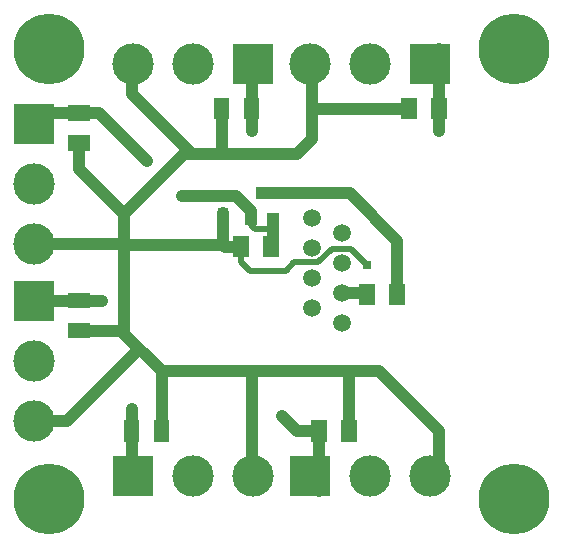
<source format=gbl>
G04 #@! TF.GenerationSoftware,KiCad,Pcbnew,(5.1.6)-1*
G04 #@! TF.CreationDate,2023-04-30T23:16:11+02:00*
G04 #@! TF.ProjectId,hub-1-wire,6875622d-312d-4776-9972-652e6b696361,rev?*
G04 #@! TF.SameCoordinates,Original*
G04 #@! TF.FileFunction,Copper,L2,Bot*
G04 #@! TF.FilePolarity,Positive*
%FSLAX46Y46*%
G04 Gerber Fmt 4.6, Leading zero omitted, Abs format (unit mm)*
G04 Created by KiCad (PCBNEW (5.1.6)-1) date 2023-04-30 23:16:11*
%MOMM*%
%LPD*%
G01*
G04 APERTURE LIST*
G04 #@! TA.AperFunction,SMDPad,CuDef*
%ADD10R,1.000000X1.000000*%
G04 #@! TD*
G04 #@! TA.AperFunction,ComponentPad*
%ADD11C,6.000000*%
G04 #@! TD*
G04 #@! TA.AperFunction,ComponentPad*
%ADD12C,0.800000*%
G04 #@! TD*
G04 #@! TA.AperFunction,SMDPad,CuDef*
%ADD13C,0.100000*%
G04 #@! TD*
G04 #@! TA.AperFunction,SMDPad,CuDef*
%ADD14R,0.800000X0.800000*%
G04 #@! TD*
G04 #@! TA.AperFunction,ComponentPad*
%ADD15R,3.500000X3.500000*%
G04 #@! TD*
G04 #@! TA.AperFunction,ComponentPad*
%ADD16C,3.500000*%
G04 #@! TD*
G04 #@! TA.AperFunction,ComponentPad*
%ADD17C,1.500000*%
G04 #@! TD*
G04 #@! TA.AperFunction,SMDPad,CuDef*
%ADD18R,0.900000X0.900000*%
G04 #@! TD*
G04 #@! TA.AperFunction,Conductor*
%ADD19C,1.000000*%
G04 #@! TD*
G04 #@! TA.AperFunction,Conductor*
%ADD20C,0.500000*%
G04 #@! TD*
G04 APERTURE END LIST*
D10*
X214884000Y-85922000D03*
X213934000Y-88122000D03*
X215834000Y-88122000D03*
D11*
X236220000Y-111760000D03*
X196850000Y-111760000D03*
X236220000Y-73660000D03*
X196850000Y-73660000D03*
D12*
X205105000Y-83185000D03*
X201295000Y-79375000D03*
X218440000Y-100965000D03*
X216535000Y-104775000D03*
X203835000Y-104140000D03*
X201295000Y-94996000D03*
X229870000Y-80645000D03*
X213995000Y-80645000D03*
X208026000Y-86106000D03*
G04 #@! TA.AperFunction,SMDPad,CuDef*
D13*
G36*
X213756000Y-89524000D02*
G01*
X213756000Y-91324000D01*
X212456000Y-91324000D01*
X212456000Y-89524000D01*
X213756000Y-89524000D01*
G37*
G04 #@! TD.AperFunction*
G04 #@! TA.AperFunction,SMDPad,CuDef*
G36*
X216296000Y-89524000D02*
G01*
X216296000Y-91324000D01*
X214996000Y-91324000D01*
X214996000Y-89524000D01*
X216296000Y-89524000D01*
G37*
G04 #@! TD.AperFunction*
G04 #@! TA.AperFunction,SMDPad,CuDef*
G36*
X224424000Y-93588000D02*
G01*
X224424000Y-95388000D01*
X223124000Y-95388000D01*
X223124000Y-93588000D01*
X224424000Y-93588000D01*
G37*
G04 #@! TD.AperFunction*
G04 #@! TA.AperFunction,SMDPad,CuDef*
G36*
X226964000Y-93588000D02*
G01*
X226964000Y-95388000D01*
X225664000Y-95388000D01*
X225664000Y-93588000D01*
X226964000Y-93588000D01*
G37*
G04 #@! TD.AperFunction*
D14*
X226314000Y-91948000D03*
X223774000Y-91948000D03*
G04 #@! TA.AperFunction,SMDPad,CuDef*
D13*
G36*
X221600000Y-106945000D02*
G01*
X221600000Y-105145000D01*
X222900000Y-105145000D01*
X222900000Y-106945000D01*
X221600000Y-106945000D01*
G37*
G04 #@! TD.AperFunction*
G04 #@! TA.AperFunction,SMDPad,CuDef*
G36*
X219060000Y-106945000D02*
G01*
X219060000Y-105145000D01*
X220360000Y-105145000D01*
X220360000Y-106945000D01*
X219060000Y-106945000D01*
G37*
G04 #@! TD.AperFunction*
G04 #@! TA.AperFunction,SMDPad,CuDef*
G36*
X212105000Y-77840000D02*
G01*
X212105000Y-79640000D01*
X210805000Y-79640000D01*
X210805000Y-77840000D01*
X212105000Y-77840000D01*
G37*
G04 #@! TD.AperFunction*
G04 #@! TA.AperFunction,SMDPad,CuDef*
G36*
X214645000Y-77840000D02*
G01*
X214645000Y-79640000D01*
X213345000Y-79640000D01*
X213345000Y-77840000D01*
X214645000Y-77840000D01*
G37*
G04 #@! TD.AperFunction*
G04 #@! TA.AperFunction,SMDPad,CuDef*
G36*
X205725000Y-106945000D02*
G01*
X205725000Y-105145000D01*
X207025000Y-105145000D01*
X207025000Y-106945000D01*
X205725000Y-106945000D01*
G37*
G04 #@! TD.AperFunction*
G04 #@! TA.AperFunction,SMDPad,CuDef*
G36*
X203185000Y-106945000D02*
G01*
X203185000Y-105145000D01*
X204485000Y-105145000D01*
X204485000Y-106945000D01*
X203185000Y-106945000D01*
G37*
G04 #@! TD.AperFunction*
G04 #@! TA.AperFunction,SMDPad,CuDef*
G36*
X198490000Y-81011000D02*
G01*
X200290000Y-81011000D01*
X200290000Y-82311000D01*
X198490000Y-82311000D01*
X198490000Y-81011000D01*
G37*
G04 #@! TD.AperFunction*
G04 #@! TA.AperFunction,SMDPad,CuDef*
G36*
X198490000Y-78471000D02*
G01*
X200290000Y-78471000D01*
X200290000Y-79771000D01*
X198490000Y-79771000D01*
X198490000Y-78471000D01*
G37*
G04 #@! TD.AperFunction*
G04 #@! TA.AperFunction,SMDPad,CuDef*
G36*
X198490000Y-96886000D02*
G01*
X200290000Y-96886000D01*
X200290000Y-98186000D01*
X198490000Y-98186000D01*
X198490000Y-96886000D01*
G37*
G04 #@! TD.AperFunction*
G04 #@! TA.AperFunction,SMDPad,CuDef*
G36*
X198490000Y-94346000D02*
G01*
X200290000Y-94346000D01*
X200290000Y-95646000D01*
X198490000Y-95646000D01*
X198490000Y-94346000D01*
G37*
G04 #@! TD.AperFunction*
D15*
X218948000Y-109855000D03*
D16*
X229108000Y-109855000D03*
X224028000Y-109855000D03*
D15*
X203962000Y-109855000D03*
D16*
X214122000Y-109855000D03*
X209042000Y-109855000D03*
D15*
X195580000Y-94996000D03*
D16*
X195580000Y-105156000D03*
X195580000Y-100076000D03*
D15*
X195580000Y-80010000D03*
D16*
X195580000Y-90170000D03*
X195580000Y-85090000D03*
D15*
X214122000Y-74930000D03*
D16*
X203962000Y-74930000D03*
X209042000Y-74930000D03*
D15*
X229108000Y-74930000D03*
D16*
X218948000Y-74930000D03*
X224028000Y-74930000D03*
D17*
X221615000Y-94360000D03*
X219075000Y-88010000D03*
X221615000Y-89280000D03*
X219075000Y-95630000D03*
X221615000Y-91820000D03*
X219075000Y-93090000D03*
X219075000Y-90550000D03*
X221615000Y-96900000D03*
D18*
X211582000Y-87593000D03*
X211582000Y-86143000D03*
G04 #@! TA.AperFunction,SMDPad,CuDef*
D13*
G36*
X227980000Y-77840000D02*
G01*
X227980000Y-79640000D01*
X226680000Y-79640000D01*
X226680000Y-77840000D01*
X227980000Y-77840000D01*
G37*
G04 #@! TD.AperFunction*
G04 #@! TA.AperFunction,SMDPad,CuDef*
G36*
X230520000Y-77840000D02*
G01*
X230520000Y-79640000D01*
X229220000Y-79640000D01*
X229220000Y-77840000D01*
X230520000Y-77840000D01*
G37*
G04 #@! TD.AperFunction*
D19*
X229870000Y-106045000D02*
X224790000Y-100965000D01*
X224790000Y-100965000D02*
X225425000Y-101600000D01*
X229870000Y-108585000D02*
X229870000Y-106045000D01*
X228600000Y-109855000D02*
X229870000Y-108585000D01*
X227330000Y-78740000D02*
X219710000Y-78740000D01*
X211455000Y-78740000D02*
X211455000Y-82550000D01*
X211582000Y-87593000D02*
X211582000Y-90297000D01*
X211582000Y-90297000D02*
X211709000Y-90424000D01*
X213106000Y-90424000D02*
X211709000Y-90424000D01*
X195580000Y-105156000D02*
X198120000Y-105156000D01*
X203200000Y-97790000D02*
X203200000Y-90805000D01*
X203327000Y-90297000D02*
X203200000Y-90170000D01*
X211582000Y-90297000D02*
X203327000Y-90297000D01*
X203200000Y-90805000D02*
X203200000Y-90170000D01*
X203200000Y-90170000D02*
X203200000Y-89535000D01*
D20*
X220781003Y-90619999D02*
X219626992Y-91774010D01*
X223774000Y-91948000D02*
X222445999Y-90619999D01*
X222445999Y-90619999D02*
X220781003Y-90619999D01*
D19*
X208915000Y-82550000D02*
X208280000Y-82550000D01*
X211455000Y-82550000D02*
X208915000Y-82550000D01*
X203200000Y-87630000D02*
X203200000Y-89535000D01*
X208280000Y-82550000D02*
X204787500Y-86042500D01*
X204787500Y-86042500D02*
X203200000Y-87630000D01*
X203835000Y-77470000D02*
X208915000Y-82550000D01*
X203835000Y-74930000D02*
X203835000Y-77470000D01*
X213995000Y-106045000D02*
X213995000Y-109855000D01*
X204152500Y-98742500D02*
X203200000Y-97790000D01*
X203200000Y-100330000D02*
X204470000Y-99060000D01*
X205105000Y-99695000D02*
X204470000Y-99060000D01*
X204470000Y-99060000D02*
X204152500Y-98742500D01*
X205105000Y-99695000D02*
X206375000Y-100965000D01*
X206375000Y-106045000D02*
X206375000Y-100965000D01*
X213995000Y-106045000D02*
X213995000Y-100965000D01*
X206375000Y-100965000D02*
X222250000Y-100965000D01*
X222250000Y-106045000D02*
X222250000Y-100965000D01*
X222250000Y-100965000D02*
X224790000Y-100965000D01*
X217805000Y-82550000D02*
X211455000Y-82550000D01*
X219075000Y-81280000D02*
X217805000Y-82550000D01*
X219075000Y-78740000D02*
X219710000Y-78740000D01*
X219075000Y-78740000D02*
X219075000Y-81280000D01*
X219075000Y-74930000D02*
X219075000Y-78740000D01*
X198374000Y-105156000D02*
X199136000Y-104394000D01*
X195580000Y-105156000D02*
X198374000Y-105156000D01*
X199136000Y-104394000D02*
X203200000Y-100330000D01*
X202946000Y-97536000D02*
X203200000Y-97790000D01*
X199390000Y-97536000D02*
X202946000Y-97536000D01*
X195580000Y-90170000D02*
X203200000Y-90170000D01*
X199390000Y-83820000D02*
X203200000Y-87630000D01*
X199390000Y-81661000D02*
X199390000Y-83820000D01*
D20*
X213106000Y-90424000D02*
X213106000Y-91694000D01*
X213106000Y-91694000D02*
X213868000Y-92456000D01*
X216916000Y-92456000D02*
X217597990Y-91774010D01*
X213868000Y-92456000D02*
X216916000Y-92456000D01*
X219626992Y-91774010D02*
X217597990Y-91774010D01*
D19*
X229870000Y-73660000D02*
X229870000Y-74930000D01*
X219710000Y-111125000D02*
X219710000Y-109855000D01*
X229870000Y-78740000D02*
X229870000Y-74930000D01*
X213995000Y-74930000D02*
X213995000Y-78740000D01*
X229870000Y-78740000D02*
X229870000Y-80645000D01*
X213995000Y-78740000D02*
X213995000Y-80645000D01*
X195580000Y-94996000D02*
X200025000Y-94996000D01*
X195580000Y-79121000D02*
X199390000Y-79121000D01*
X219710000Y-106045000D02*
X219710000Y-109855000D01*
X203835000Y-106045000D02*
X203835000Y-109855000D01*
X215834000Y-90236000D02*
X215646000Y-90424000D01*
X211582000Y-86143000D02*
X212635000Y-86143000D01*
X213934000Y-87442000D02*
X213934000Y-88122000D01*
X212635000Y-86143000D02*
X213934000Y-87442000D01*
X215834000Y-88966000D02*
X215834000Y-90236000D01*
X215834000Y-88122000D02*
X215834000Y-88966000D01*
D20*
X213934000Y-88590000D02*
X214310000Y-88966000D01*
X213934000Y-88122000D02*
X213934000Y-88590000D01*
X215834000Y-88966000D02*
X214310000Y-88966000D01*
D19*
X211582000Y-86143000D02*
X208063000Y-86143000D01*
X203835000Y-106045000D02*
X203835000Y-104140000D01*
X217805000Y-106045000D02*
X216535000Y-104775000D01*
X219710000Y-106045000D02*
X217805000Y-106045000D01*
X205105000Y-83185000D02*
X201295000Y-79375000D01*
X195580000Y-94996000D02*
X199390000Y-94996000D01*
X199390000Y-94996000D02*
X201295000Y-94996000D01*
X201041000Y-79121000D02*
X201295000Y-79375000D01*
X199390000Y-79121000D02*
X201041000Y-79121000D01*
X226314000Y-94488000D02*
X226314000Y-91948000D01*
X226314000Y-91948000D02*
X226314000Y-89916000D01*
X222320000Y-85922000D02*
X214884000Y-85922000D01*
X226314000Y-89916000D02*
X222320000Y-85922000D01*
X223646000Y-94360000D02*
X223774000Y-94488000D01*
X221615000Y-94360000D02*
X223646000Y-94360000D01*
M02*

</source>
